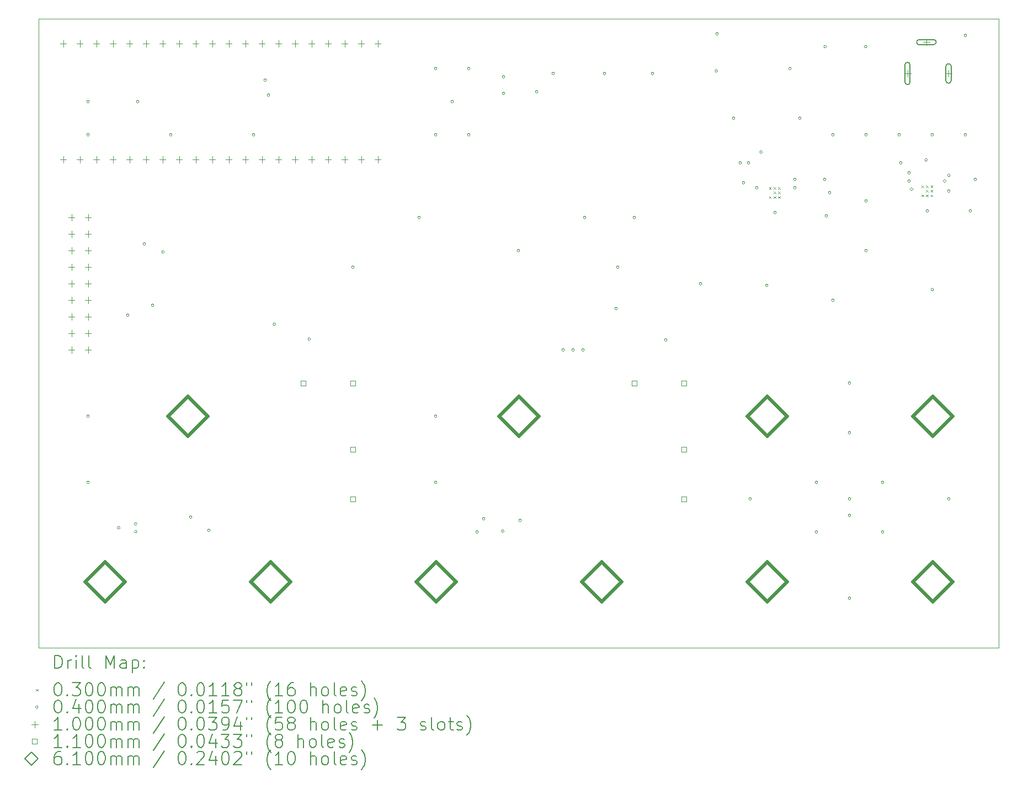
<source format=gbr>
%FSLAX45Y45*%
G04 Gerber Fmt 4.5, Leading zero omitted, Abs format (unit mm)*
G04 Created by KiCad (PCBNEW 6.0.2+dfsg-1) date 2023-02-25 17:51:28*
%MOMM*%
%LPD*%
G01*
G04 APERTURE LIST*
%TA.AperFunction,Profile*%
%ADD10C,0.100000*%
%TD*%
%ADD11C,0.200000*%
%ADD12C,0.030000*%
%ADD13C,0.040000*%
%ADD14C,0.100000*%
%ADD15C,0.110000*%
%ADD16C,0.610000*%
G04 APERTURE END LIST*
D10*
X8788400Y-4089400D02*
X8534400Y-4089400D01*
X23266400Y-4089400D02*
X9296400Y-4089400D01*
X8534400Y-4089400D02*
X8534400Y-13741400D01*
X23266400Y-13741400D02*
X23266400Y-4089400D01*
X9296400Y-4089400D02*
X8788400Y-4089400D01*
X8534400Y-13741400D02*
X23266400Y-13741400D01*
D11*
D12*
X19746900Y-6672200D02*
X19776900Y-6702200D01*
X19776900Y-6672200D02*
X19746900Y-6702200D01*
X19746900Y-6812200D02*
X19776900Y-6842200D01*
X19776900Y-6812200D02*
X19746900Y-6842200D01*
X19816900Y-6672200D02*
X19846900Y-6702200D01*
X19846900Y-6672200D02*
X19816900Y-6702200D01*
X19816900Y-6742200D02*
X19846900Y-6772200D01*
X19846900Y-6742200D02*
X19816900Y-6772200D01*
X19816900Y-6812200D02*
X19846900Y-6842200D01*
X19846900Y-6812200D02*
X19816900Y-6842200D01*
X19886900Y-6672200D02*
X19916900Y-6702200D01*
X19916900Y-6672200D02*
X19886900Y-6702200D01*
X19886900Y-6742200D02*
X19916900Y-6772200D01*
X19916900Y-6742200D02*
X19886900Y-6772200D01*
X19886900Y-6812200D02*
X19916900Y-6842200D01*
X19916900Y-6812200D02*
X19886900Y-6842200D01*
X22085850Y-6646000D02*
X22115850Y-6676000D01*
X22115850Y-6646000D02*
X22085850Y-6676000D01*
X22085850Y-6786000D02*
X22115850Y-6816000D01*
X22115850Y-6786000D02*
X22085850Y-6816000D01*
X22155850Y-6646000D02*
X22185850Y-6676000D01*
X22185850Y-6646000D02*
X22155850Y-6676000D01*
X22155850Y-6716000D02*
X22185850Y-6746000D01*
X22185850Y-6716000D02*
X22155850Y-6746000D01*
X22155850Y-6786000D02*
X22185850Y-6816000D01*
X22185850Y-6786000D02*
X22155850Y-6816000D01*
X22225850Y-6646000D02*
X22255850Y-6676000D01*
X22255850Y-6646000D02*
X22225850Y-6676000D01*
X22225850Y-6716000D02*
X22255850Y-6746000D01*
X22255850Y-6716000D02*
X22225850Y-6746000D01*
X22225850Y-6786000D02*
X22255850Y-6816000D01*
X22255850Y-6786000D02*
X22225850Y-6816000D01*
D13*
X9316400Y-5359400D02*
G75*
G03*
X9316400Y-5359400I-20000J0D01*
G01*
X9316400Y-5867400D02*
G75*
G03*
X9316400Y-5867400I-20000J0D01*
G01*
X9316400Y-10185400D02*
G75*
G03*
X9316400Y-10185400I-20000J0D01*
G01*
X9316400Y-11201400D02*
G75*
G03*
X9316400Y-11201400I-20000J0D01*
G01*
X9786300Y-11899900D02*
G75*
G03*
X9786300Y-11899900I-20000J0D01*
G01*
X9926000Y-8636000D02*
G75*
G03*
X9926000Y-8636000I-20000J0D01*
G01*
X10047825Y-11841575D02*
G75*
G03*
X10047825Y-11841575I-20000J0D01*
G01*
X10047825Y-11958225D02*
G75*
G03*
X10047825Y-11958225I-20000J0D01*
G01*
X10078400Y-5359400D02*
G75*
G03*
X10078400Y-5359400I-20000J0D01*
G01*
X10180000Y-7543800D02*
G75*
G03*
X10180000Y-7543800I-20000J0D01*
G01*
X10307000Y-8483600D02*
G75*
G03*
X10307000Y-8483600I-20000J0D01*
G01*
X10466250Y-7663950D02*
G75*
G03*
X10466250Y-7663950I-20000J0D01*
G01*
X10586400Y-5867400D02*
G75*
G03*
X10586400Y-5867400I-20000J0D01*
G01*
X10891200Y-11734800D02*
G75*
G03*
X10891200Y-11734800I-20000J0D01*
G01*
X11170600Y-11938000D02*
G75*
G03*
X11170600Y-11938000I-20000J0D01*
G01*
X11856400Y-5867400D02*
G75*
G03*
X11856400Y-5867400I-20000J0D01*
G01*
X12034200Y-5029200D02*
G75*
G03*
X12034200Y-5029200I-20000J0D01*
G01*
X12085000Y-5257800D02*
G75*
G03*
X12085000Y-5257800I-20000J0D01*
G01*
X12173900Y-8775700D02*
G75*
G03*
X12173900Y-8775700I-20000J0D01*
G01*
X12709650Y-9001950D02*
G75*
G03*
X12709650Y-9001950I-20000J0D01*
G01*
X13380400Y-7899400D02*
G75*
G03*
X13380400Y-7899400I-20000J0D01*
G01*
X14396400Y-7137400D02*
G75*
G03*
X14396400Y-7137400I-20000J0D01*
G01*
X14650400Y-4851400D02*
G75*
G03*
X14650400Y-4851400I-20000J0D01*
G01*
X14650400Y-5867400D02*
G75*
G03*
X14650400Y-5867400I-20000J0D01*
G01*
X14650400Y-10185400D02*
G75*
G03*
X14650400Y-10185400I-20000J0D01*
G01*
X14650400Y-11201400D02*
G75*
G03*
X14650400Y-11201400I-20000J0D01*
G01*
X14904400Y-5359400D02*
G75*
G03*
X14904400Y-5359400I-20000J0D01*
G01*
X15158400Y-4851400D02*
G75*
G03*
X15158400Y-4851400I-20000J0D01*
G01*
X15158400Y-5867400D02*
G75*
G03*
X15158400Y-5867400I-20000J0D01*
G01*
X15285400Y-11963400D02*
G75*
G03*
X15285400Y-11963400I-20000J0D01*
G01*
X15387000Y-11760200D02*
G75*
G03*
X15387000Y-11760200I-20000J0D01*
G01*
X15679100Y-11950700D02*
G75*
G03*
X15679100Y-11950700I-20000J0D01*
G01*
X15691800Y-4978400D02*
G75*
G03*
X15691800Y-4978400I-20000J0D01*
G01*
X15691800Y-5232400D02*
G75*
G03*
X15691800Y-5232400I-20000J0D01*
G01*
X15920400Y-7645400D02*
G75*
G03*
X15920400Y-7645400I-20000J0D01*
G01*
X15945800Y-11785600D02*
G75*
G03*
X15945800Y-11785600I-20000J0D01*
G01*
X16199800Y-5207000D02*
G75*
G03*
X16199800Y-5207000I-20000J0D01*
G01*
X16454200Y-4927200D02*
G75*
G03*
X16454200Y-4927200I-20000J0D01*
G01*
X16606200Y-9169400D02*
G75*
G03*
X16606200Y-9169400I-20000J0D01*
G01*
X16758600Y-9169400D02*
G75*
G03*
X16758600Y-9169400I-20000J0D01*
G01*
X16911000Y-9169400D02*
G75*
G03*
X16911000Y-9169400I-20000J0D01*
G01*
X16936400Y-7137400D02*
G75*
G03*
X16936400Y-7137400I-20000J0D01*
G01*
X17241600Y-4927200D02*
G75*
G03*
X17241600Y-4927200I-20000J0D01*
G01*
X17419000Y-8534400D02*
G75*
G03*
X17419000Y-8534400I-20000J0D01*
G01*
X17444400Y-7899400D02*
G75*
G03*
X17444400Y-7899400I-20000J0D01*
G01*
X17698400Y-7137400D02*
G75*
G03*
X17698400Y-7137400I-20000J0D01*
G01*
X17978200Y-4927200D02*
G75*
G03*
X17978200Y-4927200I-20000J0D01*
G01*
X18181000Y-9017000D02*
G75*
G03*
X18181000Y-9017000I-20000J0D01*
G01*
X18714400Y-8153400D02*
G75*
G03*
X18714400Y-8153400I-20000J0D01*
G01*
X18955700Y-4889500D02*
G75*
G03*
X18955700Y-4889500I-20000J0D01*
G01*
X18967600Y-4317600D02*
G75*
G03*
X18967600Y-4317600I-20000J0D01*
G01*
X19222400Y-5613400D02*
G75*
G03*
X19222400Y-5613400I-20000J0D01*
G01*
X19324000Y-6299200D02*
G75*
G03*
X19324000Y-6299200I-20000J0D01*
G01*
X19374800Y-6604000D02*
G75*
G03*
X19374800Y-6604000I-20000J0D01*
G01*
X19451000Y-6299200D02*
G75*
G03*
X19451000Y-6299200I-20000J0D01*
G01*
X19476400Y-11455400D02*
G75*
G03*
X19476400Y-11455400I-20000J0D01*
G01*
X19578000Y-6680200D02*
G75*
G03*
X19578000Y-6680200I-20000J0D01*
G01*
X19641500Y-6134100D02*
G75*
G03*
X19641500Y-6134100I-20000J0D01*
G01*
X19730400Y-8178800D02*
G75*
G03*
X19730400Y-8178800I-20000J0D01*
G01*
X19857400Y-7061200D02*
G75*
G03*
X19857400Y-7061200I-20000J0D01*
G01*
X20087600Y-4851000D02*
G75*
G03*
X20087600Y-4851000I-20000J0D01*
G01*
X20162200Y-6553200D02*
G75*
G03*
X20162200Y-6553200I-20000J0D01*
G01*
X20162200Y-6680200D02*
G75*
G03*
X20162200Y-6680200I-20000J0D01*
G01*
X20238400Y-5613400D02*
G75*
G03*
X20238400Y-5613400I-20000J0D01*
G01*
X20492400Y-11201400D02*
G75*
G03*
X20492400Y-11201400I-20000J0D01*
G01*
X20492400Y-11963400D02*
G75*
G03*
X20492400Y-11963400I-20000J0D01*
G01*
X20619400Y-6553200D02*
G75*
G03*
X20619400Y-6553200I-20000J0D01*
G01*
X20626300Y-4514700D02*
G75*
G03*
X20626300Y-4514700I-20000J0D01*
G01*
X20644800Y-7112000D02*
G75*
G03*
X20644800Y-7112000I-20000J0D01*
G01*
X20695600Y-6756400D02*
G75*
G03*
X20695600Y-6756400I-20000J0D01*
G01*
X20746400Y-5867400D02*
G75*
G03*
X20746400Y-5867400I-20000J0D01*
G01*
X20746400Y-8407400D02*
G75*
G03*
X20746400Y-8407400I-20000J0D01*
G01*
X21000400Y-9677400D02*
G75*
G03*
X21000400Y-9677400I-20000J0D01*
G01*
X21000400Y-10439400D02*
G75*
G03*
X21000400Y-10439400I-20000J0D01*
G01*
X21000400Y-11455400D02*
G75*
G03*
X21000400Y-11455400I-20000J0D01*
G01*
X21000400Y-11709400D02*
G75*
G03*
X21000400Y-11709400I-20000J0D01*
G01*
X21000400Y-12979400D02*
G75*
G03*
X21000400Y-12979400I-20000J0D01*
G01*
X21247900Y-4514700D02*
G75*
G03*
X21247900Y-4514700I-20000J0D01*
G01*
X21254400Y-5867400D02*
G75*
G03*
X21254400Y-5867400I-20000J0D01*
G01*
X21254400Y-6883400D02*
G75*
G03*
X21254400Y-6883400I-20000J0D01*
G01*
X21254400Y-7645400D02*
G75*
G03*
X21254400Y-7645400I-20000J0D01*
G01*
X21508400Y-11201400D02*
G75*
G03*
X21508400Y-11201400I-20000J0D01*
G01*
X21508400Y-11963400D02*
G75*
G03*
X21508400Y-11963400I-20000J0D01*
G01*
X21762400Y-5867400D02*
G75*
G03*
X21762400Y-5867400I-20000J0D01*
G01*
X21787800Y-6299200D02*
G75*
G03*
X21787800Y-6299200I-20000J0D01*
G01*
X21914800Y-6451600D02*
G75*
G03*
X21914800Y-6451600I-20000J0D01*
G01*
X21914800Y-6578600D02*
G75*
G03*
X21914800Y-6578600I-20000J0D01*
G01*
X21952900Y-6705600D02*
G75*
G03*
X21952900Y-6705600I-20000J0D01*
G01*
X22175150Y-6254750D02*
G75*
G03*
X22175150Y-6254750I-20000J0D01*
G01*
X22194200Y-7035800D02*
G75*
G03*
X22194200Y-7035800I-20000J0D01*
G01*
X22270400Y-5867400D02*
G75*
G03*
X22270400Y-5867400I-20000J0D01*
G01*
X22270400Y-8242300D02*
G75*
G03*
X22270400Y-8242300I-20000J0D01*
G01*
X22460900Y-6578600D02*
G75*
G03*
X22460900Y-6578600I-20000J0D01*
G01*
X22524400Y-6489700D02*
G75*
G03*
X22524400Y-6489700I-20000J0D01*
G01*
X22524400Y-6731000D02*
G75*
G03*
X22524400Y-6731000I-20000J0D01*
G01*
X22524400Y-11455400D02*
G75*
G03*
X22524400Y-11455400I-20000J0D01*
G01*
X22778400Y-4343400D02*
G75*
G03*
X22778400Y-4343400I-20000J0D01*
G01*
X22778400Y-5867400D02*
G75*
G03*
X22778400Y-5867400I-20000J0D01*
G01*
X22854600Y-7035800D02*
G75*
G03*
X22854600Y-7035800I-20000J0D01*
G01*
X22930800Y-6553200D02*
G75*
G03*
X22930800Y-6553200I-20000J0D01*
G01*
D14*
X8915400Y-4420400D02*
X8915400Y-4520400D01*
X8865400Y-4470400D02*
X8965400Y-4470400D01*
X8915400Y-6198400D02*
X8915400Y-6298400D01*
X8865400Y-6248400D02*
X8965400Y-6248400D01*
X9042400Y-7087400D02*
X9042400Y-7187400D01*
X8992400Y-7137400D02*
X9092400Y-7137400D01*
X9042400Y-7341400D02*
X9042400Y-7441400D01*
X8992400Y-7391400D02*
X9092400Y-7391400D01*
X9042400Y-7595400D02*
X9042400Y-7695400D01*
X8992400Y-7645400D02*
X9092400Y-7645400D01*
X9042400Y-7849400D02*
X9042400Y-7949400D01*
X8992400Y-7899400D02*
X9092400Y-7899400D01*
X9042400Y-8103400D02*
X9042400Y-8203400D01*
X8992400Y-8153400D02*
X9092400Y-8153400D01*
X9042400Y-8357400D02*
X9042400Y-8457400D01*
X8992400Y-8407400D02*
X9092400Y-8407400D01*
X9042400Y-8611400D02*
X9042400Y-8711400D01*
X8992400Y-8661400D02*
X9092400Y-8661400D01*
X9042400Y-8865400D02*
X9042400Y-8965400D01*
X8992400Y-8915400D02*
X9092400Y-8915400D01*
X9042400Y-9119400D02*
X9042400Y-9219400D01*
X8992400Y-9169400D02*
X9092400Y-9169400D01*
X9169400Y-4420400D02*
X9169400Y-4520400D01*
X9119400Y-4470400D02*
X9219400Y-4470400D01*
X9169400Y-6198400D02*
X9169400Y-6298400D01*
X9119400Y-6248400D02*
X9219400Y-6248400D01*
X9296400Y-7087400D02*
X9296400Y-7187400D01*
X9246400Y-7137400D02*
X9346400Y-7137400D01*
X9296400Y-7341400D02*
X9296400Y-7441400D01*
X9246400Y-7391400D02*
X9346400Y-7391400D01*
X9296400Y-7595400D02*
X9296400Y-7695400D01*
X9246400Y-7645400D02*
X9346400Y-7645400D01*
X9296400Y-7849400D02*
X9296400Y-7949400D01*
X9246400Y-7899400D02*
X9346400Y-7899400D01*
X9296400Y-8103400D02*
X9296400Y-8203400D01*
X9246400Y-8153400D02*
X9346400Y-8153400D01*
X9296400Y-8357400D02*
X9296400Y-8457400D01*
X9246400Y-8407400D02*
X9346400Y-8407400D01*
X9296400Y-8611400D02*
X9296400Y-8711400D01*
X9246400Y-8661400D02*
X9346400Y-8661400D01*
X9296400Y-8865400D02*
X9296400Y-8965400D01*
X9246400Y-8915400D02*
X9346400Y-8915400D01*
X9296400Y-9119400D02*
X9296400Y-9219400D01*
X9246400Y-9169400D02*
X9346400Y-9169400D01*
X9423400Y-4420400D02*
X9423400Y-4520400D01*
X9373400Y-4470400D02*
X9473400Y-4470400D01*
X9423400Y-6198400D02*
X9423400Y-6298400D01*
X9373400Y-6248400D02*
X9473400Y-6248400D01*
X9677400Y-4420400D02*
X9677400Y-4520400D01*
X9627400Y-4470400D02*
X9727400Y-4470400D01*
X9677400Y-6198400D02*
X9677400Y-6298400D01*
X9627400Y-6248400D02*
X9727400Y-6248400D01*
X9931400Y-4420400D02*
X9931400Y-4520400D01*
X9881400Y-4470400D02*
X9981400Y-4470400D01*
X9931400Y-6198400D02*
X9931400Y-6298400D01*
X9881400Y-6248400D02*
X9981400Y-6248400D01*
X10185400Y-4420400D02*
X10185400Y-4520400D01*
X10135400Y-4470400D02*
X10235400Y-4470400D01*
X10185400Y-6198400D02*
X10185400Y-6298400D01*
X10135400Y-6248400D02*
X10235400Y-6248400D01*
X10439400Y-4420400D02*
X10439400Y-4520400D01*
X10389400Y-4470400D02*
X10489400Y-4470400D01*
X10439400Y-6198400D02*
X10439400Y-6298400D01*
X10389400Y-6248400D02*
X10489400Y-6248400D01*
X10693400Y-4420400D02*
X10693400Y-4520400D01*
X10643400Y-4470400D02*
X10743400Y-4470400D01*
X10693400Y-6198400D02*
X10693400Y-6298400D01*
X10643400Y-6248400D02*
X10743400Y-6248400D01*
X10947400Y-4420400D02*
X10947400Y-4520400D01*
X10897400Y-4470400D02*
X10997400Y-4470400D01*
X10947400Y-6198400D02*
X10947400Y-6298400D01*
X10897400Y-6248400D02*
X10997400Y-6248400D01*
X11201400Y-4420400D02*
X11201400Y-4520400D01*
X11151400Y-4470400D02*
X11251400Y-4470400D01*
X11201400Y-6198400D02*
X11201400Y-6298400D01*
X11151400Y-6248400D02*
X11251400Y-6248400D01*
X11455400Y-4420400D02*
X11455400Y-4520400D01*
X11405400Y-4470400D02*
X11505400Y-4470400D01*
X11455400Y-6198400D02*
X11455400Y-6298400D01*
X11405400Y-6248400D02*
X11505400Y-6248400D01*
X11709400Y-4420400D02*
X11709400Y-4520400D01*
X11659400Y-4470400D02*
X11759400Y-4470400D01*
X11709400Y-6198400D02*
X11709400Y-6298400D01*
X11659400Y-6248400D02*
X11759400Y-6248400D01*
X11963400Y-4420400D02*
X11963400Y-4520400D01*
X11913400Y-4470400D02*
X12013400Y-4470400D01*
X11963400Y-6198400D02*
X11963400Y-6298400D01*
X11913400Y-6248400D02*
X12013400Y-6248400D01*
X12217400Y-4420400D02*
X12217400Y-4520400D01*
X12167400Y-4470400D02*
X12267400Y-4470400D01*
X12217400Y-6198400D02*
X12217400Y-6298400D01*
X12167400Y-6248400D02*
X12267400Y-6248400D01*
X12471400Y-4420400D02*
X12471400Y-4520400D01*
X12421400Y-4470400D02*
X12521400Y-4470400D01*
X12471400Y-6198400D02*
X12471400Y-6298400D01*
X12421400Y-6248400D02*
X12521400Y-6248400D01*
X12725400Y-4420400D02*
X12725400Y-4520400D01*
X12675400Y-4470400D02*
X12775400Y-4470400D01*
X12725400Y-6194212D02*
X12725400Y-6294212D01*
X12675400Y-6244212D02*
X12775400Y-6244212D01*
X12979400Y-4420400D02*
X12979400Y-4520400D01*
X12929400Y-4470400D02*
X13029400Y-4470400D01*
X12979400Y-6198400D02*
X12979400Y-6298400D01*
X12929400Y-6248400D02*
X13029400Y-6248400D01*
X13233400Y-4420400D02*
X13233400Y-4520400D01*
X13183400Y-4470400D02*
X13283400Y-4470400D01*
X13233400Y-6198400D02*
X13233400Y-6298400D01*
X13183400Y-6248400D02*
X13283400Y-6248400D01*
X13487400Y-4420400D02*
X13487400Y-4520400D01*
X13437400Y-4470400D02*
X13537400Y-4470400D01*
X13487400Y-6198400D02*
X13487400Y-6298400D01*
X13437400Y-6248400D02*
X13537400Y-6248400D01*
X13741400Y-4420400D02*
X13741400Y-4520400D01*
X13691400Y-4470400D02*
X13791400Y-4470400D01*
X13741400Y-6198400D02*
X13741400Y-6298400D01*
X13691400Y-6248400D02*
X13791400Y-6248400D01*
X21870200Y-4877200D02*
X21870200Y-4977200D01*
X21820200Y-4927200D02*
X21920200Y-4927200D01*
D11*
X21910200Y-5057200D02*
X21910200Y-4797200D01*
X21830200Y-5057200D02*
X21830200Y-4797200D01*
X21910200Y-4797200D02*
G75*
G03*
X21830200Y-4797200I-40000J0D01*
G01*
X21830200Y-5057200D02*
G75*
G03*
X21910200Y-5057200I40000J0D01*
G01*
D14*
X22160200Y-4397200D02*
X22160200Y-4497200D01*
X22110200Y-4447200D02*
X22210200Y-4447200D01*
D11*
X22050200Y-4487200D02*
X22270200Y-4487200D01*
X22050200Y-4407200D02*
X22270200Y-4407200D01*
X22270200Y-4487200D02*
G75*
G03*
X22270200Y-4407200I0J40000D01*
G01*
X22050200Y-4407200D02*
G75*
G03*
X22050200Y-4487200I0J-40000D01*
G01*
D14*
X22500200Y-4877200D02*
X22500200Y-4977200D01*
X22450200Y-4927200D02*
X22550200Y-4927200D01*
D11*
X22540200Y-5037200D02*
X22540200Y-4817200D01*
X22460200Y-5037200D02*
X22460200Y-4817200D01*
X22540200Y-4817200D02*
G75*
G03*
X22460200Y-4817200I-40000J0D01*
G01*
X22460200Y-5037200D02*
G75*
G03*
X22540200Y-5037200I40000J0D01*
G01*
D15*
X12637291Y-9716291D02*
X12637291Y-9638509D01*
X12559509Y-9638509D01*
X12559509Y-9716291D01*
X12637291Y-9716291D01*
X13399291Y-9716291D02*
X13399291Y-9638509D01*
X13321509Y-9638509D01*
X13321509Y-9716291D01*
X13399291Y-9716291D01*
X13399291Y-10732291D02*
X13399291Y-10654509D01*
X13321509Y-10654509D01*
X13321509Y-10732291D01*
X13399291Y-10732291D01*
X13399291Y-11494291D02*
X13399291Y-11416509D01*
X13321509Y-11416509D01*
X13321509Y-11494291D01*
X13399291Y-11494291D01*
X17717291Y-9716291D02*
X17717291Y-9638509D01*
X17639509Y-9638509D01*
X17639509Y-9716291D01*
X17717291Y-9716291D01*
X18479291Y-9716291D02*
X18479291Y-9638509D01*
X18401509Y-9638509D01*
X18401509Y-9716291D01*
X18479291Y-9716291D01*
X18479291Y-10732291D02*
X18479291Y-10654509D01*
X18401509Y-10654509D01*
X18401509Y-10732291D01*
X18479291Y-10732291D01*
X18479291Y-11494291D02*
X18479291Y-11416509D01*
X18401509Y-11416509D01*
X18401509Y-11494291D01*
X18479291Y-11494291D01*
D16*
X9550400Y-13030400D02*
X9855400Y-12725400D01*
X9550400Y-12420400D01*
X9245400Y-12725400D01*
X9550400Y-13030400D01*
X10820400Y-10490400D02*
X11125400Y-10185400D01*
X10820400Y-9880400D01*
X10515400Y-10185400D01*
X10820400Y-10490400D01*
X12090400Y-13030400D02*
X12395400Y-12725400D01*
X12090400Y-12420400D01*
X11785400Y-12725400D01*
X12090400Y-13030400D01*
X14630400Y-13030400D02*
X14935400Y-12725400D01*
X14630400Y-12420400D01*
X14325400Y-12725400D01*
X14630400Y-13030400D01*
X15900400Y-10490400D02*
X16205400Y-10185400D01*
X15900400Y-9880400D01*
X15595400Y-10185400D01*
X15900400Y-10490400D01*
X17170400Y-13030400D02*
X17475400Y-12725400D01*
X17170400Y-12420400D01*
X16865400Y-12725400D01*
X17170400Y-13030400D01*
X19710400Y-10490400D02*
X20015400Y-10185400D01*
X19710400Y-9880400D01*
X19405400Y-10185400D01*
X19710400Y-10490400D01*
X19710400Y-13030400D02*
X20015400Y-12725400D01*
X19710400Y-12420400D01*
X19405400Y-12725400D01*
X19710400Y-13030400D01*
X22250400Y-10490400D02*
X22555400Y-10185400D01*
X22250400Y-9880400D01*
X21945400Y-10185400D01*
X22250400Y-10490400D01*
X22250400Y-13030400D02*
X22555400Y-12725400D01*
X22250400Y-12420400D01*
X21945400Y-12725400D01*
X22250400Y-13030400D01*
D11*
X8787019Y-14056876D02*
X8787019Y-13856876D01*
X8834638Y-13856876D01*
X8863210Y-13866400D01*
X8882257Y-13885448D01*
X8891781Y-13904495D01*
X8901305Y-13942590D01*
X8901305Y-13971162D01*
X8891781Y-14009257D01*
X8882257Y-14028305D01*
X8863210Y-14047352D01*
X8834638Y-14056876D01*
X8787019Y-14056876D01*
X8987019Y-14056876D02*
X8987019Y-13923543D01*
X8987019Y-13961638D02*
X8996543Y-13942590D01*
X9006067Y-13933067D01*
X9025114Y-13923543D01*
X9044162Y-13923543D01*
X9110829Y-14056876D02*
X9110829Y-13923543D01*
X9110829Y-13856876D02*
X9101305Y-13866400D01*
X9110829Y-13875924D01*
X9120352Y-13866400D01*
X9110829Y-13856876D01*
X9110829Y-13875924D01*
X9234638Y-14056876D02*
X9215590Y-14047352D01*
X9206067Y-14028305D01*
X9206067Y-13856876D01*
X9339400Y-14056876D02*
X9320352Y-14047352D01*
X9310829Y-14028305D01*
X9310829Y-13856876D01*
X9567971Y-14056876D02*
X9567971Y-13856876D01*
X9634638Y-13999733D01*
X9701305Y-13856876D01*
X9701305Y-14056876D01*
X9882257Y-14056876D02*
X9882257Y-13952114D01*
X9872733Y-13933067D01*
X9853686Y-13923543D01*
X9815590Y-13923543D01*
X9796543Y-13933067D01*
X9882257Y-14047352D02*
X9863210Y-14056876D01*
X9815590Y-14056876D01*
X9796543Y-14047352D01*
X9787019Y-14028305D01*
X9787019Y-14009257D01*
X9796543Y-13990209D01*
X9815590Y-13980686D01*
X9863210Y-13980686D01*
X9882257Y-13971162D01*
X9977495Y-13923543D02*
X9977495Y-14123543D01*
X9977495Y-13933067D02*
X9996543Y-13923543D01*
X10034638Y-13923543D01*
X10053686Y-13933067D01*
X10063210Y-13942590D01*
X10072733Y-13961638D01*
X10072733Y-14018781D01*
X10063210Y-14037828D01*
X10053686Y-14047352D01*
X10034638Y-14056876D01*
X9996543Y-14056876D01*
X9977495Y-14047352D01*
X10158448Y-14037828D02*
X10167971Y-14047352D01*
X10158448Y-14056876D01*
X10148924Y-14047352D01*
X10158448Y-14037828D01*
X10158448Y-14056876D01*
X10158448Y-13933067D02*
X10167971Y-13942590D01*
X10158448Y-13952114D01*
X10148924Y-13942590D01*
X10158448Y-13933067D01*
X10158448Y-13952114D01*
D12*
X8499400Y-14371400D02*
X8529400Y-14401400D01*
X8529400Y-14371400D02*
X8499400Y-14401400D01*
D11*
X8825114Y-14276876D02*
X8844162Y-14276876D01*
X8863210Y-14286400D01*
X8872733Y-14295924D01*
X8882257Y-14314971D01*
X8891781Y-14353067D01*
X8891781Y-14400686D01*
X8882257Y-14438781D01*
X8872733Y-14457828D01*
X8863210Y-14467352D01*
X8844162Y-14476876D01*
X8825114Y-14476876D01*
X8806067Y-14467352D01*
X8796543Y-14457828D01*
X8787019Y-14438781D01*
X8777495Y-14400686D01*
X8777495Y-14353067D01*
X8787019Y-14314971D01*
X8796543Y-14295924D01*
X8806067Y-14286400D01*
X8825114Y-14276876D01*
X8977495Y-14457828D02*
X8987019Y-14467352D01*
X8977495Y-14476876D01*
X8967971Y-14467352D01*
X8977495Y-14457828D01*
X8977495Y-14476876D01*
X9053686Y-14276876D02*
X9177495Y-14276876D01*
X9110829Y-14353067D01*
X9139400Y-14353067D01*
X9158448Y-14362590D01*
X9167971Y-14372114D01*
X9177495Y-14391162D01*
X9177495Y-14438781D01*
X9167971Y-14457828D01*
X9158448Y-14467352D01*
X9139400Y-14476876D01*
X9082257Y-14476876D01*
X9063210Y-14467352D01*
X9053686Y-14457828D01*
X9301305Y-14276876D02*
X9320352Y-14276876D01*
X9339400Y-14286400D01*
X9348924Y-14295924D01*
X9358448Y-14314971D01*
X9367971Y-14353067D01*
X9367971Y-14400686D01*
X9358448Y-14438781D01*
X9348924Y-14457828D01*
X9339400Y-14467352D01*
X9320352Y-14476876D01*
X9301305Y-14476876D01*
X9282257Y-14467352D01*
X9272733Y-14457828D01*
X9263210Y-14438781D01*
X9253686Y-14400686D01*
X9253686Y-14353067D01*
X9263210Y-14314971D01*
X9272733Y-14295924D01*
X9282257Y-14286400D01*
X9301305Y-14276876D01*
X9491781Y-14276876D02*
X9510829Y-14276876D01*
X9529876Y-14286400D01*
X9539400Y-14295924D01*
X9548924Y-14314971D01*
X9558448Y-14353067D01*
X9558448Y-14400686D01*
X9548924Y-14438781D01*
X9539400Y-14457828D01*
X9529876Y-14467352D01*
X9510829Y-14476876D01*
X9491781Y-14476876D01*
X9472733Y-14467352D01*
X9463210Y-14457828D01*
X9453686Y-14438781D01*
X9444162Y-14400686D01*
X9444162Y-14353067D01*
X9453686Y-14314971D01*
X9463210Y-14295924D01*
X9472733Y-14286400D01*
X9491781Y-14276876D01*
X9644162Y-14476876D02*
X9644162Y-14343543D01*
X9644162Y-14362590D02*
X9653686Y-14353067D01*
X9672733Y-14343543D01*
X9701305Y-14343543D01*
X9720352Y-14353067D01*
X9729876Y-14372114D01*
X9729876Y-14476876D01*
X9729876Y-14372114D02*
X9739400Y-14353067D01*
X9758448Y-14343543D01*
X9787019Y-14343543D01*
X9806067Y-14353067D01*
X9815590Y-14372114D01*
X9815590Y-14476876D01*
X9910829Y-14476876D02*
X9910829Y-14343543D01*
X9910829Y-14362590D02*
X9920352Y-14353067D01*
X9939400Y-14343543D01*
X9967971Y-14343543D01*
X9987019Y-14353067D01*
X9996543Y-14372114D01*
X9996543Y-14476876D01*
X9996543Y-14372114D02*
X10006067Y-14353067D01*
X10025114Y-14343543D01*
X10053686Y-14343543D01*
X10072733Y-14353067D01*
X10082257Y-14372114D01*
X10082257Y-14476876D01*
X10472733Y-14267352D02*
X10301305Y-14524495D01*
X10729876Y-14276876D02*
X10748924Y-14276876D01*
X10767971Y-14286400D01*
X10777495Y-14295924D01*
X10787019Y-14314971D01*
X10796543Y-14353067D01*
X10796543Y-14400686D01*
X10787019Y-14438781D01*
X10777495Y-14457828D01*
X10767971Y-14467352D01*
X10748924Y-14476876D01*
X10729876Y-14476876D01*
X10710829Y-14467352D01*
X10701305Y-14457828D01*
X10691781Y-14438781D01*
X10682257Y-14400686D01*
X10682257Y-14353067D01*
X10691781Y-14314971D01*
X10701305Y-14295924D01*
X10710829Y-14286400D01*
X10729876Y-14276876D01*
X10882257Y-14457828D02*
X10891781Y-14467352D01*
X10882257Y-14476876D01*
X10872733Y-14467352D01*
X10882257Y-14457828D01*
X10882257Y-14476876D01*
X11015590Y-14276876D02*
X11034638Y-14276876D01*
X11053686Y-14286400D01*
X11063210Y-14295924D01*
X11072733Y-14314971D01*
X11082257Y-14353067D01*
X11082257Y-14400686D01*
X11072733Y-14438781D01*
X11063210Y-14457828D01*
X11053686Y-14467352D01*
X11034638Y-14476876D01*
X11015590Y-14476876D01*
X10996543Y-14467352D01*
X10987019Y-14457828D01*
X10977495Y-14438781D01*
X10967971Y-14400686D01*
X10967971Y-14353067D01*
X10977495Y-14314971D01*
X10987019Y-14295924D01*
X10996543Y-14286400D01*
X11015590Y-14276876D01*
X11272733Y-14476876D02*
X11158448Y-14476876D01*
X11215590Y-14476876D02*
X11215590Y-14276876D01*
X11196543Y-14305448D01*
X11177495Y-14324495D01*
X11158448Y-14334019D01*
X11463209Y-14476876D02*
X11348924Y-14476876D01*
X11406067Y-14476876D02*
X11406067Y-14276876D01*
X11387019Y-14305448D01*
X11367971Y-14324495D01*
X11348924Y-14334019D01*
X11577495Y-14362590D02*
X11558448Y-14353067D01*
X11548924Y-14343543D01*
X11539400Y-14324495D01*
X11539400Y-14314971D01*
X11548924Y-14295924D01*
X11558448Y-14286400D01*
X11577495Y-14276876D01*
X11615590Y-14276876D01*
X11634638Y-14286400D01*
X11644162Y-14295924D01*
X11653686Y-14314971D01*
X11653686Y-14324495D01*
X11644162Y-14343543D01*
X11634638Y-14353067D01*
X11615590Y-14362590D01*
X11577495Y-14362590D01*
X11558448Y-14372114D01*
X11548924Y-14381638D01*
X11539400Y-14400686D01*
X11539400Y-14438781D01*
X11548924Y-14457828D01*
X11558448Y-14467352D01*
X11577495Y-14476876D01*
X11615590Y-14476876D01*
X11634638Y-14467352D01*
X11644162Y-14457828D01*
X11653686Y-14438781D01*
X11653686Y-14400686D01*
X11644162Y-14381638D01*
X11634638Y-14372114D01*
X11615590Y-14362590D01*
X11729876Y-14276876D02*
X11729876Y-14314971D01*
X11806067Y-14276876D02*
X11806067Y-14314971D01*
X12101305Y-14553067D02*
X12091781Y-14543543D01*
X12072733Y-14514971D01*
X12063209Y-14495924D01*
X12053686Y-14467352D01*
X12044162Y-14419733D01*
X12044162Y-14381638D01*
X12053686Y-14334019D01*
X12063209Y-14305448D01*
X12072733Y-14286400D01*
X12091781Y-14257828D01*
X12101305Y-14248305D01*
X12282257Y-14476876D02*
X12167971Y-14476876D01*
X12225114Y-14476876D02*
X12225114Y-14276876D01*
X12206067Y-14305448D01*
X12187019Y-14324495D01*
X12167971Y-14334019D01*
X12453686Y-14276876D02*
X12415590Y-14276876D01*
X12396543Y-14286400D01*
X12387019Y-14295924D01*
X12367971Y-14324495D01*
X12358448Y-14362590D01*
X12358448Y-14438781D01*
X12367971Y-14457828D01*
X12377495Y-14467352D01*
X12396543Y-14476876D01*
X12434638Y-14476876D01*
X12453686Y-14467352D01*
X12463209Y-14457828D01*
X12472733Y-14438781D01*
X12472733Y-14391162D01*
X12463209Y-14372114D01*
X12453686Y-14362590D01*
X12434638Y-14353067D01*
X12396543Y-14353067D01*
X12377495Y-14362590D01*
X12367971Y-14372114D01*
X12358448Y-14391162D01*
X12710828Y-14476876D02*
X12710828Y-14276876D01*
X12796543Y-14476876D02*
X12796543Y-14372114D01*
X12787019Y-14353067D01*
X12767971Y-14343543D01*
X12739400Y-14343543D01*
X12720352Y-14353067D01*
X12710828Y-14362590D01*
X12920352Y-14476876D02*
X12901305Y-14467352D01*
X12891781Y-14457828D01*
X12882257Y-14438781D01*
X12882257Y-14381638D01*
X12891781Y-14362590D01*
X12901305Y-14353067D01*
X12920352Y-14343543D01*
X12948924Y-14343543D01*
X12967971Y-14353067D01*
X12977495Y-14362590D01*
X12987019Y-14381638D01*
X12987019Y-14438781D01*
X12977495Y-14457828D01*
X12967971Y-14467352D01*
X12948924Y-14476876D01*
X12920352Y-14476876D01*
X13101305Y-14476876D02*
X13082257Y-14467352D01*
X13072733Y-14448305D01*
X13072733Y-14276876D01*
X13253686Y-14467352D02*
X13234638Y-14476876D01*
X13196543Y-14476876D01*
X13177495Y-14467352D01*
X13167971Y-14448305D01*
X13167971Y-14372114D01*
X13177495Y-14353067D01*
X13196543Y-14343543D01*
X13234638Y-14343543D01*
X13253686Y-14353067D01*
X13263209Y-14372114D01*
X13263209Y-14391162D01*
X13167971Y-14410209D01*
X13339400Y-14467352D02*
X13358448Y-14476876D01*
X13396543Y-14476876D01*
X13415590Y-14467352D01*
X13425114Y-14448305D01*
X13425114Y-14438781D01*
X13415590Y-14419733D01*
X13396543Y-14410209D01*
X13367971Y-14410209D01*
X13348924Y-14400686D01*
X13339400Y-14381638D01*
X13339400Y-14372114D01*
X13348924Y-14353067D01*
X13367971Y-14343543D01*
X13396543Y-14343543D01*
X13415590Y-14353067D01*
X13491781Y-14553067D02*
X13501305Y-14543543D01*
X13520352Y-14514971D01*
X13529876Y-14495924D01*
X13539400Y-14467352D01*
X13548924Y-14419733D01*
X13548924Y-14381638D01*
X13539400Y-14334019D01*
X13529876Y-14305448D01*
X13520352Y-14286400D01*
X13501305Y-14257828D01*
X13491781Y-14248305D01*
D13*
X8529400Y-14650400D02*
G75*
G03*
X8529400Y-14650400I-20000J0D01*
G01*
D11*
X8825114Y-14540876D02*
X8844162Y-14540876D01*
X8863210Y-14550400D01*
X8872733Y-14559924D01*
X8882257Y-14578971D01*
X8891781Y-14617067D01*
X8891781Y-14664686D01*
X8882257Y-14702781D01*
X8872733Y-14721828D01*
X8863210Y-14731352D01*
X8844162Y-14740876D01*
X8825114Y-14740876D01*
X8806067Y-14731352D01*
X8796543Y-14721828D01*
X8787019Y-14702781D01*
X8777495Y-14664686D01*
X8777495Y-14617067D01*
X8787019Y-14578971D01*
X8796543Y-14559924D01*
X8806067Y-14550400D01*
X8825114Y-14540876D01*
X8977495Y-14721828D02*
X8987019Y-14731352D01*
X8977495Y-14740876D01*
X8967971Y-14731352D01*
X8977495Y-14721828D01*
X8977495Y-14740876D01*
X9158448Y-14607543D02*
X9158448Y-14740876D01*
X9110829Y-14531352D02*
X9063210Y-14674209D01*
X9187019Y-14674209D01*
X9301305Y-14540876D02*
X9320352Y-14540876D01*
X9339400Y-14550400D01*
X9348924Y-14559924D01*
X9358448Y-14578971D01*
X9367971Y-14617067D01*
X9367971Y-14664686D01*
X9358448Y-14702781D01*
X9348924Y-14721828D01*
X9339400Y-14731352D01*
X9320352Y-14740876D01*
X9301305Y-14740876D01*
X9282257Y-14731352D01*
X9272733Y-14721828D01*
X9263210Y-14702781D01*
X9253686Y-14664686D01*
X9253686Y-14617067D01*
X9263210Y-14578971D01*
X9272733Y-14559924D01*
X9282257Y-14550400D01*
X9301305Y-14540876D01*
X9491781Y-14540876D02*
X9510829Y-14540876D01*
X9529876Y-14550400D01*
X9539400Y-14559924D01*
X9548924Y-14578971D01*
X9558448Y-14617067D01*
X9558448Y-14664686D01*
X9548924Y-14702781D01*
X9539400Y-14721828D01*
X9529876Y-14731352D01*
X9510829Y-14740876D01*
X9491781Y-14740876D01*
X9472733Y-14731352D01*
X9463210Y-14721828D01*
X9453686Y-14702781D01*
X9444162Y-14664686D01*
X9444162Y-14617067D01*
X9453686Y-14578971D01*
X9463210Y-14559924D01*
X9472733Y-14550400D01*
X9491781Y-14540876D01*
X9644162Y-14740876D02*
X9644162Y-14607543D01*
X9644162Y-14626590D02*
X9653686Y-14617067D01*
X9672733Y-14607543D01*
X9701305Y-14607543D01*
X9720352Y-14617067D01*
X9729876Y-14636114D01*
X9729876Y-14740876D01*
X9729876Y-14636114D02*
X9739400Y-14617067D01*
X9758448Y-14607543D01*
X9787019Y-14607543D01*
X9806067Y-14617067D01*
X9815590Y-14636114D01*
X9815590Y-14740876D01*
X9910829Y-14740876D02*
X9910829Y-14607543D01*
X9910829Y-14626590D02*
X9920352Y-14617067D01*
X9939400Y-14607543D01*
X9967971Y-14607543D01*
X9987019Y-14617067D01*
X9996543Y-14636114D01*
X9996543Y-14740876D01*
X9996543Y-14636114D02*
X10006067Y-14617067D01*
X10025114Y-14607543D01*
X10053686Y-14607543D01*
X10072733Y-14617067D01*
X10082257Y-14636114D01*
X10082257Y-14740876D01*
X10472733Y-14531352D02*
X10301305Y-14788495D01*
X10729876Y-14540876D02*
X10748924Y-14540876D01*
X10767971Y-14550400D01*
X10777495Y-14559924D01*
X10787019Y-14578971D01*
X10796543Y-14617067D01*
X10796543Y-14664686D01*
X10787019Y-14702781D01*
X10777495Y-14721828D01*
X10767971Y-14731352D01*
X10748924Y-14740876D01*
X10729876Y-14740876D01*
X10710829Y-14731352D01*
X10701305Y-14721828D01*
X10691781Y-14702781D01*
X10682257Y-14664686D01*
X10682257Y-14617067D01*
X10691781Y-14578971D01*
X10701305Y-14559924D01*
X10710829Y-14550400D01*
X10729876Y-14540876D01*
X10882257Y-14721828D02*
X10891781Y-14731352D01*
X10882257Y-14740876D01*
X10872733Y-14731352D01*
X10882257Y-14721828D01*
X10882257Y-14740876D01*
X11015590Y-14540876D02*
X11034638Y-14540876D01*
X11053686Y-14550400D01*
X11063210Y-14559924D01*
X11072733Y-14578971D01*
X11082257Y-14617067D01*
X11082257Y-14664686D01*
X11072733Y-14702781D01*
X11063210Y-14721828D01*
X11053686Y-14731352D01*
X11034638Y-14740876D01*
X11015590Y-14740876D01*
X10996543Y-14731352D01*
X10987019Y-14721828D01*
X10977495Y-14702781D01*
X10967971Y-14664686D01*
X10967971Y-14617067D01*
X10977495Y-14578971D01*
X10987019Y-14559924D01*
X10996543Y-14550400D01*
X11015590Y-14540876D01*
X11272733Y-14740876D02*
X11158448Y-14740876D01*
X11215590Y-14740876D02*
X11215590Y-14540876D01*
X11196543Y-14569448D01*
X11177495Y-14588495D01*
X11158448Y-14598019D01*
X11453686Y-14540876D02*
X11358448Y-14540876D01*
X11348924Y-14636114D01*
X11358448Y-14626590D01*
X11377495Y-14617067D01*
X11425114Y-14617067D01*
X11444162Y-14626590D01*
X11453686Y-14636114D01*
X11463209Y-14655162D01*
X11463209Y-14702781D01*
X11453686Y-14721828D01*
X11444162Y-14731352D01*
X11425114Y-14740876D01*
X11377495Y-14740876D01*
X11358448Y-14731352D01*
X11348924Y-14721828D01*
X11529876Y-14540876D02*
X11663209Y-14540876D01*
X11577495Y-14740876D01*
X11729876Y-14540876D02*
X11729876Y-14578971D01*
X11806067Y-14540876D02*
X11806067Y-14578971D01*
X12101305Y-14817067D02*
X12091781Y-14807543D01*
X12072733Y-14778971D01*
X12063209Y-14759924D01*
X12053686Y-14731352D01*
X12044162Y-14683733D01*
X12044162Y-14645638D01*
X12053686Y-14598019D01*
X12063209Y-14569448D01*
X12072733Y-14550400D01*
X12091781Y-14521828D01*
X12101305Y-14512305D01*
X12282257Y-14740876D02*
X12167971Y-14740876D01*
X12225114Y-14740876D02*
X12225114Y-14540876D01*
X12206067Y-14569448D01*
X12187019Y-14588495D01*
X12167971Y-14598019D01*
X12406067Y-14540876D02*
X12425114Y-14540876D01*
X12444162Y-14550400D01*
X12453686Y-14559924D01*
X12463209Y-14578971D01*
X12472733Y-14617067D01*
X12472733Y-14664686D01*
X12463209Y-14702781D01*
X12453686Y-14721828D01*
X12444162Y-14731352D01*
X12425114Y-14740876D01*
X12406067Y-14740876D01*
X12387019Y-14731352D01*
X12377495Y-14721828D01*
X12367971Y-14702781D01*
X12358448Y-14664686D01*
X12358448Y-14617067D01*
X12367971Y-14578971D01*
X12377495Y-14559924D01*
X12387019Y-14550400D01*
X12406067Y-14540876D01*
X12596543Y-14540876D02*
X12615590Y-14540876D01*
X12634638Y-14550400D01*
X12644162Y-14559924D01*
X12653686Y-14578971D01*
X12663209Y-14617067D01*
X12663209Y-14664686D01*
X12653686Y-14702781D01*
X12644162Y-14721828D01*
X12634638Y-14731352D01*
X12615590Y-14740876D01*
X12596543Y-14740876D01*
X12577495Y-14731352D01*
X12567971Y-14721828D01*
X12558448Y-14702781D01*
X12548924Y-14664686D01*
X12548924Y-14617067D01*
X12558448Y-14578971D01*
X12567971Y-14559924D01*
X12577495Y-14550400D01*
X12596543Y-14540876D01*
X12901305Y-14740876D02*
X12901305Y-14540876D01*
X12987019Y-14740876D02*
X12987019Y-14636114D01*
X12977495Y-14617067D01*
X12958448Y-14607543D01*
X12929876Y-14607543D01*
X12910828Y-14617067D01*
X12901305Y-14626590D01*
X13110828Y-14740876D02*
X13091781Y-14731352D01*
X13082257Y-14721828D01*
X13072733Y-14702781D01*
X13072733Y-14645638D01*
X13082257Y-14626590D01*
X13091781Y-14617067D01*
X13110828Y-14607543D01*
X13139400Y-14607543D01*
X13158448Y-14617067D01*
X13167971Y-14626590D01*
X13177495Y-14645638D01*
X13177495Y-14702781D01*
X13167971Y-14721828D01*
X13158448Y-14731352D01*
X13139400Y-14740876D01*
X13110828Y-14740876D01*
X13291781Y-14740876D02*
X13272733Y-14731352D01*
X13263209Y-14712305D01*
X13263209Y-14540876D01*
X13444162Y-14731352D02*
X13425114Y-14740876D01*
X13387019Y-14740876D01*
X13367971Y-14731352D01*
X13358448Y-14712305D01*
X13358448Y-14636114D01*
X13367971Y-14617067D01*
X13387019Y-14607543D01*
X13425114Y-14607543D01*
X13444162Y-14617067D01*
X13453686Y-14636114D01*
X13453686Y-14655162D01*
X13358448Y-14674209D01*
X13529876Y-14731352D02*
X13548924Y-14740876D01*
X13587019Y-14740876D01*
X13606067Y-14731352D01*
X13615590Y-14712305D01*
X13615590Y-14702781D01*
X13606067Y-14683733D01*
X13587019Y-14674209D01*
X13558448Y-14674209D01*
X13539400Y-14664686D01*
X13529876Y-14645638D01*
X13529876Y-14636114D01*
X13539400Y-14617067D01*
X13558448Y-14607543D01*
X13587019Y-14607543D01*
X13606067Y-14617067D01*
X13682257Y-14817067D02*
X13691781Y-14807543D01*
X13710828Y-14778971D01*
X13720352Y-14759924D01*
X13729876Y-14731352D01*
X13739400Y-14683733D01*
X13739400Y-14645638D01*
X13729876Y-14598019D01*
X13720352Y-14569448D01*
X13710828Y-14550400D01*
X13691781Y-14521828D01*
X13682257Y-14512305D01*
D14*
X8479400Y-14864400D02*
X8479400Y-14964400D01*
X8429400Y-14914400D02*
X8529400Y-14914400D01*
D11*
X8891781Y-15004876D02*
X8777495Y-15004876D01*
X8834638Y-15004876D02*
X8834638Y-14804876D01*
X8815590Y-14833448D01*
X8796543Y-14852495D01*
X8777495Y-14862019D01*
X8977495Y-14985828D02*
X8987019Y-14995352D01*
X8977495Y-15004876D01*
X8967971Y-14995352D01*
X8977495Y-14985828D01*
X8977495Y-15004876D01*
X9110829Y-14804876D02*
X9129876Y-14804876D01*
X9148924Y-14814400D01*
X9158448Y-14823924D01*
X9167971Y-14842971D01*
X9177495Y-14881067D01*
X9177495Y-14928686D01*
X9167971Y-14966781D01*
X9158448Y-14985828D01*
X9148924Y-14995352D01*
X9129876Y-15004876D01*
X9110829Y-15004876D01*
X9091781Y-14995352D01*
X9082257Y-14985828D01*
X9072733Y-14966781D01*
X9063210Y-14928686D01*
X9063210Y-14881067D01*
X9072733Y-14842971D01*
X9082257Y-14823924D01*
X9091781Y-14814400D01*
X9110829Y-14804876D01*
X9301305Y-14804876D02*
X9320352Y-14804876D01*
X9339400Y-14814400D01*
X9348924Y-14823924D01*
X9358448Y-14842971D01*
X9367971Y-14881067D01*
X9367971Y-14928686D01*
X9358448Y-14966781D01*
X9348924Y-14985828D01*
X9339400Y-14995352D01*
X9320352Y-15004876D01*
X9301305Y-15004876D01*
X9282257Y-14995352D01*
X9272733Y-14985828D01*
X9263210Y-14966781D01*
X9253686Y-14928686D01*
X9253686Y-14881067D01*
X9263210Y-14842971D01*
X9272733Y-14823924D01*
X9282257Y-14814400D01*
X9301305Y-14804876D01*
X9491781Y-14804876D02*
X9510829Y-14804876D01*
X9529876Y-14814400D01*
X9539400Y-14823924D01*
X9548924Y-14842971D01*
X9558448Y-14881067D01*
X9558448Y-14928686D01*
X9548924Y-14966781D01*
X9539400Y-14985828D01*
X9529876Y-14995352D01*
X9510829Y-15004876D01*
X9491781Y-15004876D01*
X9472733Y-14995352D01*
X9463210Y-14985828D01*
X9453686Y-14966781D01*
X9444162Y-14928686D01*
X9444162Y-14881067D01*
X9453686Y-14842971D01*
X9463210Y-14823924D01*
X9472733Y-14814400D01*
X9491781Y-14804876D01*
X9644162Y-15004876D02*
X9644162Y-14871543D01*
X9644162Y-14890590D02*
X9653686Y-14881067D01*
X9672733Y-14871543D01*
X9701305Y-14871543D01*
X9720352Y-14881067D01*
X9729876Y-14900114D01*
X9729876Y-15004876D01*
X9729876Y-14900114D02*
X9739400Y-14881067D01*
X9758448Y-14871543D01*
X9787019Y-14871543D01*
X9806067Y-14881067D01*
X9815590Y-14900114D01*
X9815590Y-15004876D01*
X9910829Y-15004876D02*
X9910829Y-14871543D01*
X9910829Y-14890590D02*
X9920352Y-14881067D01*
X9939400Y-14871543D01*
X9967971Y-14871543D01*
X9987019Y-14881067D01*
X9996543Y-14900114D01*
X9996543Y-15004876D01*
X9996543Y-14900114D02*
X10006067Y-14881067D01*
X10025114Y-14871543D01*
X10053686Y-14871543D01*
X10072733Y-14881067D01*
X10082257Y-14900114D01*
X10082257Y-15004876D01*
X10472733Y-14795352D02*
X10301305Y-15052495D01*
X10729876Y-14804876D02*
X10748924Y-14804876D01*
X10767971Y-14814400D01*
X10777495Y-14823924D01*
X10787019Y-14842971D01*
X10796543Y-14881067D01*
X10796543Y-14928686D01*
X10787019Y-14966781D01*
X10777495Y-14985828D01*
X10767971Y-14995352D01*
X10748924Y-15004876D01*
X10729876Y-15004876D01*
X10710829Y-14995352D01*
X10701305Y-14985828D01*
X10691781Y-14966781D01*
X10682257Y-14928686D01*
X10682257Y-14881067D01*
X10691781Y-14842971D01*
X10701305Y-14823924D01*
X10710829Y-14814400D01*
X10729876Y-14804876D01*
X10882257Y-14985828D02*
X10891781Y-14995352D01*
X10882257Y-15004876D01*
X10872733Y-14995352D01*
X10882257Y-14985828D01*
X10882257Y-15004876D01*
X11015590Y-14804876D02*
X11034638Y-14804876D01*
X11053686Y-14814400D01*
X11063210Y-14823924D01*
X11072733Y-14842971D01*
X11082257Y-14881067D01*
X11082257Y-14928686D01*
X11072733Y-14966781D01*
X11063210Y-14985828D01*
X11053686Y-14995352D01*
X11034638Y-15004876D01*
X11015590Y-15004876D01*
X10996543Y-14995352D01*
X10987019Y-14985828D01*
X10977495Y-14966781D01*
X10967971Y-14928686D01*
X10967971Y-14881067D01*
X10977495Y-14842971D01*
X10987019Y-14823924D01*
X10996543Y-14814400D01*
X11015590Y-14804876D01*
X11148924Y-14804876D02*
X11272733Y-14804876D01*
X11206067Y-14881067D01*
X11234638Y-14881067D01*
X11253686Y-14890590D01*
X11263209Y-14900114D01*
X11272733Y-14919162D01*
X11272733Y-14966781D01*
X11263209Y-14985828D01*
X11253686Y-14995352D01*
X11234638Y-15004876D01*
X11177495Y-15004876D01*
X11158448Y-14995352D01*
X11148924Y-14985828D01*
X11367971Y-15004876D02*
X11406067Y-15004876D01*
X11425114Y-14995352D01*
X11434638Y-14985828D01*
X11453686Y-14957257D01*
X11463209Y-14919162D01*
X11463209Y-14842971D01*
X11453686Y-14823924D01*
X11444162Y-14814400D01*
X11425114Y-14804876D01*
X11387019Y-14804876D01*
X11367971Y-14814400D01*
X11358448Y-14823924D01*
X11348924Y-14842971D01*
X11348924Y-14890590D01*
X11358448Y-14909638D01*
X11367971Y-14919162D01*
X11387019Y-14928686D01*
X11425114Y-14928686D01*
X11444162Y-14919162D01*
X11453686Y-14909638D01*
X11463209Y-14890590D01*
X11634638Y-14871543D02*
X11634638Y-15004876D01*
X11587019Y-14795352D02*
X11539400Y-14938209D01*
X11663209Y-14938209D01*
X11729876Y-14804876D02*
X11729876Y-14842971D01*
X11806067Y-14804876D02*
X11806067Y-14842971D01*
X12101305Y-15081067D02*
X12091781Y-15071543D01*
X12072733Y-15042971D01*
X12063209Y-15023924D01*
X12053686Y-14995352D01*
X12044162Y-14947733D01*
X12044162Y-14909638D01*
X12053686Y-14862019D01*
X12063209Y-14833448D01*
X12072733Y-14814400D01*
X12091781Y-14785828D01*
X12101305Y-14776305D01*
X12272733Y-14804876D02*
X12177495Y-14804876D01*
X12167971Y-14900114D01*
X12177495Y-14890590D01*
X12196543Y-14881067D01*
X12244162Y-14881067D01*
X12263209Y-14890590D01*
X12272733Y-14900114D01*
X12282257Y-14919162D01*
X12282257Y-14966781D01*
X12272733Y-14985828D01*
X12263209Y-14995352D01*
X12244162Y-15004876D01*
X12196543Y-15004876D01*
X12177495Y-14995352D01*
X12167971Y-14985828D01*
X12396543Y-14890590D02*
X12377495Y-14881067D01*
X12367971Y-14871543D01*
X12358448Y-14852495D01*
X12358448Y-14842971D01*
X12367971Y-14823924D01*
X12377495Y-14814400D01*
X12396543Y-14804876D01*
X12434638Y-14804876D01*
X12453686Y-14814400D01*
X12463209Y-14823924D01*
X12472733Y-14842971D01*
X12472733Y-14852495D01*
X12463209Y-14871543D01*
X12453686Y-14881067D01*
X12434638Y-14890590D01*
X12396543Y-14890590D01*
X12377495Y-14900114D01*
X12367971Y-14909638D01*
X12358448Y-14928686D01*
X12358448Y-14966781D01*
X12367971Y-14985828D01*
X12377495Y-14995352D01*
X12396543Y-15004876D01*
X12434638Y-15004876D01*
X12453686Y-14995352D01*
X12463209Y-14985828D01*
X12472733Y-14966781D01*
X12472733Y-14928686D01*
X12463209Y-14909638D01*
X12453686Y-14900114D01*
X12434638Y-14890590D01*
X12710828Y-15004876D02*
X12710828Y-14804876D01*
X12796543Y-15004876D02*
X12796543Y-14900114D01*
X12787019Y-14881067D01*
X12767971Y-14871543D01*
X12739400Y-14871543D01*
X12720352Y-14881067D01*
X12710828Y-14890590D01*
X12920352Y-15004876D02*
X12901305Y-14995352D01*
X12891781Y-14985828D01*
X12882257Y-14966781D01*
X12882257Y-14909638D01*
X12891781Y-14890590D01*
X12901305Y-14881067D01*
X12920352Y-14871543D01*
X12948924Y-14871543D01*
X12967971Y-14881067D01*
X12977495Y-14890590D01*
X12987019Y-14909638D01*
X12987019Y-14966781D01*
X12977495Y-14985828D01*
X12967971Y-14995352D01*
X12948924Y-15004876D01*
X12920352Y-15004876D01*
X13101305Y-15004876D02*
X13082257Y-14995352D01*
X13072733Y-14976305D01*
X13072733Y-14804876D01*
X13253686Y-14995352D02*
X13234638Y-15004876D01*
X13196543Y-15004876D01*
X13177495Y-14995352D01*
X13167971Y-14976305D01*
X13167971Y-14900114D01*
X13177495Y-14881067D01*
X13196543Y-14871543D01*
X13234638Y-14871543D01*
X13253686Y-14881067D01*
X13263209Y-14900114D01*
X13263209Y-14919162D01*
X13167971Y-14938209D01*
X13339400Y-14995352D02*
X13358448Y-15004876D01*
X13396543Y-15004876D01*
X13415590Y-14995352D01*
X13425114Y-14976305D01*
X13425114Y-14966781D01*
X13415590Y-14947733D01*
X13396543Y-14938209D01*
X13367971Y-14938209D01*
X13348924Y-14928686D01*
X13339400Y-14909638D01*
X13339400Y-14900114D01*
X13348924Y-14881067D01*
X13367971Y-14871543D01*
X13396543Y-14871543D01*
X13415590Y-14881067D01*
X13663209Y-14928686D02*
X13815590Y-14928686D01*
X13739400Y-15004876D02*
X13739400Y-14852495D01*
X14044162Y-14804876D02*
X14167971Y-14804876D01*
X14101305Y-14881067D01*
X14129876Y-14881067D01*
X14148924Y-14890590D01*
X14158448Y-14900114D01*
X14167971Y-14919162D01*
X14167971Y-14966781D01*
X14158448Y-14985828D01*
X14148924Y-14995352D01*
X14129876Y-15004876D01*
X14072733Y-15004876D01*
X14053686Y-14995352D01*
X14044162Y-14985828D01*
X14396543Y-14995352D02*
X14415590Y-15004876D01*
X14453686Y-15004876D01*
X14472733Y-14995352D01*
X14482257Y-14976305D01*
X14482257Y-14966781D01*
X14472733Y-14947733D01*
X14453686Y-14938209D01*
X14425114Y-14938209D01*
X14406067Y-14928686D01*
X14396543Y-14909638D01*
X14396543Y-14900114D01*
X14406067Y-14881067D01*
X14425114Y-14871543D01*
X14453686Y-14871543D01*
X14472733Y-14881067D01*
X14596543Y-15004876D02*
X14577495Y-14995352D01*
X14567971Y-14976305D01*
X14567971Y-14804876D01*
X14701305Y-15004876D02*
X14682257Y-14995352D01*
X14672733Y-14985828D01*
X14663209Y-14966781D01*
X14663209Y-14909638D01*
X14672733Y-14890590D01*
X14682257Y-14881067D01*
X14701305Y-14871543D01*
X14729876Y-14871543D01*
X14748924Y-14881067D01*
X14758448Y-14890590D01*
X14767971Y-14909638D01*
X14767971Y-14966781D01*
X14758448Y-14985828D01*
X14748924Y-14995352D01*
X14729876Y-15004876D01*
X14701305Y-15004876D01*
X14825114Y-14871543D02*
X14901305Y-14871543D01*
X14853686Y-14804876D02*
X14853686Y-14976305D01*
X14863209Y-14995352D01*
X14882257Y-15004876D01*
X14901305Y-15004876D01*
X14958448Y-14995352D02*
X14977495Y-15004876D01*
X15015590Y-15004876D01*
X15034638Y-14995352D01*
X15044162Y-14976305D01*
X15044162Y-14966781D01*
X15034638Y-14947733D01*
X15015590Y-14938209D01*
X14987019Y-14938209D01*
X14967971Y-14928686D01*
X14958448Y-14909638D01*
X14958448Y-14900114D01*
X14967971Y-14881067D01*
X14987019Y-14871543D01*
X15015590Y-14871543D01*
X15034638Y-14881067D01*
X15110828Y-15081067D02*
X15120352Y-15071543D01*
X15139400Y-15042971D01*
X15148924Y-15023924D01*
X15158448Y-14995352D01*
X15167971Y-14947733D01*
X15167971Y-14909638D01*
X15158448Y-14862019D01*
X15148924Y-14833448D01*
X15139400Y-14814400D01*
X15120352Y-14785828D01*
X15110828Y-14776305D01*
D15*
X8513291Y-15217291D02*
X8513291Y-15139509D01*
X8435509Y-15139509D01*
X8435509Y-15217291D01*
X8513291Y-15217291D01*
D11*
X8891781Y-15268876D02*
X8777495Y-15268876D01*
X8834638Y-15268876D02*
X8834638Y-15068876D01*
X8815590Y-15097448D01*
X8796543Y-15116495D01*
X8777495Y-15126019D01*
X8977495Y-15249828D02*
X8987019Y-15259352D01*
X8977495Y-15268876D01*
X8967971Y-15259352D01*
X8977495Y-15249828D01*
X8977495Y-15268876D01*
X9177495Y-15268876D02*
X9063210Y-15268876D01*
X9120352Y-15268876D02*
X9120352Y-15068876D01*
X9101305Y-15097448D01*
X9082257Y-15116495D01*
X9063210Y-15126019D01*
X9301305Y-15068876D02*
X9320352Y-15068876D01*
X9339400Y-15078400D01*
X9348924Y-15087924D01*
X9358448Y-15106971D01*
X9367971Y-15145067D01*
X9367971Y-15192686D01*
X9358448Y-15230781D01*
X9348924Y-15249828D01*
X9339400Y-15259352D01*
X9320352Y-15268876D01*
X9301305Y-15268876D01*
X9282257Y-15259352D01*
X9272733Y-15249828D01*
X9263210Y-15230781D01*
X9253686Y-15192686D01*
X9253686Y-15145067D01*
X9263210Y-15106971D01*
X9272733Y-15087924D01*
X9282257Y-15078400D01*
X9301305Y-15068876D01*
X9491781Y-15068876D02*
X9510829Y-15068876D01*
X9529876Y-15078400D01*
X9539400Y-15087924D01*
X9548924Y-15106971D01*
X9558448Y-15145067D01*
X9558448Y-15192686D01*
X9548924Y-15230781D01*
X9539400Y-15249828D01*
X9529876Y-15259352D01*
X9510829Y-15268876D01*
X9491781Y-15268876D01*
X9472733Y-15259352D01*
X9463210Y-15249828D01*
X9453686Y-15230781D01*
X9444162Y-15192686D01*
X9444162Y-15145067D01*
X9453686Y-15106971D01*
X9463210Y-15087924D01*
X9472733Y-15078400D01*
X9491781Y-15068876D01*
X9644162Y-15268876D02*
X9644162Y-15135543D01*
X9644162Y-15154590D02*
X9653686Y-15145067D01*
X9672733Y-15135543D01*
X9701305Y-15135543D01*
X9720352Y-15145067D01*
X9729876Y-15164114D01*
X9729876Y-15268876D01*
X9729876Y-15164114D02*
X9739400Y-15145067D01*
X9758448Y-15135543D01*
X9787019Y-15135543D01*
X9806067Y-15145067D01*
X9815590Y-15164114D01*
X9815590Y-15268876D01*
X9910829Y-15268876D02*
X9910829Y-15135543D01*
X9910829Y-15154590D02*
X9920352Y-15145067D01*
X9939400Y-15135543D01*
X9967971Y-15135543D01*
X9987019Y-15145067D01*
X9996543Y-15164114D01*
X9996543Y-15268876D01*
X9996543Y-15164114D02*
X10006067Y-15145067D01*
X10025114Y-15135543D01*
X10053686Y-15135543D01*
X10072733Y-15145067D01*
X10082257Y-15164114D01*
X10082257Y-15268876D01*
X10472733Y-15059352D02*
X10301305Y-15316495D01*
X10729876Y-15068876D02*
X10748924Y-15068876D01*
X10767971Y-15078400D01*
X10777495Y-15087924D01*
X10787019Y-15106971D01*
X10796543Y-15145067D01*
X10796543Y-15192686D01*
X10787019Y-15230781D01*
X10777495Y-15249828D01*
X10767971Y-15259352D01*
X10748924Y-15268876D01*
X10729876Y-15268876D01*
X10710829Y-15259352D01*
X10701305Y-15249828D01*
X10691781Y-15230781D01*
X10682257Y-15192686D01*
X10682257Y-15145067D01*
X10691781Y-15106971D01*
X10701305Y-15087924D01*
X10710829Y-15078400D01*
X10729876Y-15068876D01*
X10882257Y-15249828D02*
X10891781Y-15259352D01*
X10882257Y-15268876D01*
X10872733Y-15259352D01*
X10882257Y-15249828D01*
X10882257Y-15268876D01*
X11015590Y-15068876D02*
X11034638Y-15068876D01*
X11053686Y-15078400D01*
X11063210Y-15087924D01*
X11072733Y-15106971D01*
X11082257Y-15145067D01*
X11082257Y-15192686D01*
X11072733Y-15230781D01*
X11063210Y-15249828D01*
X11053686Y-15259352D01*
X11034638Y-15268876D01*
X11015590Y-15268876D01*
X10996543Y-15259352D01*
X10987019Y-15249828D01*
X10977495Y-15230781D01*
X10967971Y-15192686D01*
X10967971Y-15145067D01*
X10977495Y-15106971D01*
X10987019Y-15087924D01*
X10996543Y-15078400D01*
X11015590Y-15068876D01*
X11253686Y-15135543D02*
X11253686Y-15268876D01*
X11206067Y-15059352D02*
X11158448Y-15202209D01*
X11282257Y-15202209D01*
X11339400Y-15068876D02*
X11463209Y-15068876D01*
X11396543Y-15145067D01*
X11425114Y-15145067D01*
X11444162Y-15154590D01*
X11453686Y-15164114D01*
X11463209Y-15183162D01*
X11463209Y-15230781D01*
X11453686Y-15249828D01*
X11444162Y-15259352D01*
X11425114Y-15268876D01*
X11367971Y-15268876D01*
X11348924Y-15259352D01*
X11339400Y-15249828D01*
X11529876Y-15068876D02*
X11653686Y-15068876D01*
X11587019Y-15145067D01*
X11615590Y-15145067D01*
X11634638Y-15154590D01*
X11644162Y-15164114D01*
X11653686Y-15183162D01*
X11653686Y-15230781D01*
X11644162Y-15249828D01*
X11634638Y-15259352D01*
X11615590Y-15268876D01*
X11558448Y-15268876D01*
X11539400Y-15259352D01*
X11529876Y-15249828D01*
X11729876Y-15068876D02*
X11729876Y-15106971D01*
X11806067Y-15068876D02*
X11806067Y-15106971D01*
X12101305Y-15345067D02*
X12091781Y-15335543D01*
X12072733Y-15306971D01*
X12063209Y-15287924D01*
X12053686Y-15259352D01*
X12044162Y-15211733D01*
X12044162Y-15173638D01*
X12053686Y-15126019D01*
X12063209Y-15097448D01*
X12072733Y-15078400D01*
X12091781Y-15049828D01*
X12101305Y-15040305D01*
X12206067Y-15154590D02*
X12187019Y-15145067D01*
X12177495Y-15135543D01*
X12167971Y-15116495D01*
X12167971Y-15106971D01*
X12177495Y-15087924D01*
X12187019Y-15078400D01*
X12206067Y-15068876D01*
X12244162Y-15068876D01*
X12263209Y-15078400D01*
X12272733Y-15087924D01*
X12282257Y-15106971D01*
X12282257Y-15116495D01*
X12272733Y-15135543D01*
X12263209Y-15145067D01*
X12244162Y-15154590D01*
X12206067Y-15154590D01*
X12187019Y-15164114D01*
X12177495Y-15173638D01*
X12167971Y-15192686D01*
X12167971Y-15230781D01*
X12177495Y-15249828D01*
X12187019Y-15259352D01*
X12206067Y-15268876D01*
X12244162Y-15268876D01*
X12263209Y-15259352D01*
X12272733Y-15249828D01*
X12282257Y-15230781D01*
X12282257Y-15192686D01*
X12272733Y-15173638D01*
X12263209Y-15164114D01*
X12244162Y-15154590D01*
X12520352Y-15268876D02*
X12520352Y-15068876D01*
X12606067Y-15268876D02*
X12606067Y-15164114D01*
X12596543Y-15145067D01*
X12577495Y-15135543D01*
X12548924Y-15135543D01*
X12529876Y-15145067D01*
X12520352Y-15154590D01*
X12729876Y-15268876D02*
X12710828Y-15259352D01*
X12701305Y-15249828D01*
X12691781Y-15230781D01*
X12691781Y-15173638D01*
X12701305Y-15154590D01*
X12710828Y-15145067D01*
X12729876Y-15135543D01*
X12758448Y-15135543D01*
X12777495Y-15145067D01*
X12787019Y-15154590D01*
X12796543Y-15173638D01*
X12796543Y-15230781D01*
X12787019Y-15249828D01*
X12777495Y-15259352D01*
X12758448Y-15268876D01*
X12729876Y-15268876D01*
X12910828Y-15268876D02*
X12891781Y-15259352D01*
X12882257Y-15240305D01*
X12882257Y-15068876D01*
X13063209Y-15259352D02*
X13044162Y-15268876D01*
X13006067Y-15268876D01*
X12987019Y-15259352D01*
X12977495Y-15240305D01*
X12977495Y-15164114D01*
X12987019Y-15145067D01*
X13006067Y-15135543D01*
X13044162Y-15135543D01*
X13063209Y-15145067D01*
X13072733Y-15164114D01*
X13072733Y-15183162D01*
X12977495Y-15202209D01*
X13148924Y-15259352D02*
X13167971Y-15268876D01*
X13206067Y-15268876D01*
X13225114Y-15259352D01*
X13234638Y-15240305D01*
X13234638Y-15230781D01*
X13225114Y-15211733D01*
X13206067Y-15202209D01*
X13177495Y-15202209D01*
X13158448Y-15192686D01*
X13148924Y-15173638D01*
X13148924Y-15164114D01*
X13158448Y-15145067D01*
X13177495Y-15135543D01*
X13206067Y-15135543D01*
X13225114Y-15145067D01*
X13301305Y-15345067D02*
X13310828Y-15335543D01*
X13329876Y-15306971D01*
X13339400Y-15287924D01*
X13348924Y-15259352D01*
X13358448Y-15211733D01*
X13358448Y-15173638D01*
X13348924Y-15126019D01*
X13339400Y-15097448D01*
X13329876Y-15078400D01*
X13310828Y-15049828D01*
X13301305Y-15040305D01*
X8429400Y-15542400D02*
X8529400Y-15442400D01*
X8429400Y-15342400D01*
X8329400Y-15442400D01*
X8429400Y-15542400D01*
X8872733Y-15332876D02*
X8834638Y-15332876D01*
X8815590Y-15342400D01*
X8806067Y-15351924D01*
X8787019Y-15380495D01*
X8777495Y-15418590D01*
X8777495Y-15494781D01*
X8787019Y-15513828D01*
X8796543Y-15523352D01*
X8815590Y-15532876D01*
X8853686Y-15532876D01*
X8872733Y-15523352D01*
X8882257Y-15513828D01*
X8891781Y-15494781D01*
X8891781Y-15447162D01*
X8882257Y-15428114D01*
X8872733Y-15418590D01*
X8853686Y-15409067D01*
X8815590Y-15409067D01*
X8796543Y-15418590D01*
X8787019Y-15428114D01*
X8777495Y-15447162D01*
X8977495Y-15513828D02*
X8987019Y-15523352D01*
X8977495Y-15532876D01*
X8967971Y-15523352D01*
X8977495Y-15513828D01*
X8977495Y-15532876D01*
X9177495Y-15532876D02*
X9063210Y-15532876D01*
X9120352Y-15532876D02*
X9120352Y-15332876D01*
X9101305Y-15361448D01*
X9082257Y-15380495D01*
X9063210Y-15390019D01*
X9301305Y-15332876D02*
X9320352Y-15332876D01*
X9339400Y-15342400D01*
X9348924Y-15351924D01*
X9358448Y-15370971D01*
X9367971Y-15409067D01*
X9367971Y-15456686D01*
X9358448Y-15494781D01*
X9348924Y-15513828D01*
X9339400Y-15523352D01*
X9320352Y-15532876D01*
X9301305Y-15532876D01*
X9282257Y-15523352D01*
X9272733Y-15513828D01*
X9263210Y-15494781D01*
X9253686Y-15456686D01*
X9253686Y-15409067D01*
X9263210Y-15370971D01*
X9272733Y-15351924D01*
X9282257Y-15342400D01*
X9301305Y-15332876D01*
X9491781Y-15332876D02*
X9510829Y-15332876D01*
X9529876Y-15342400D01*
X9539400Y-15351924D01*
X9548924Y-15370971D01*
X9558448Y-15409067D01*
X9558448Y-15456686D01*
X9548924Y-15494781D01*
X9539400Y-15513828D01*
X9529876Y-15523352D01*
X9510829Y-15532876D01*
X9491781Y-15532876D01*
X9472733Y-15523352D01*
X9463210Y-15513828D01*
X9453686Y-15494781D01*
X9444162Y-15456686D01*
X9444162Y-15409067D01*
X9453686Y-15370971D01*
X9463210Y-15351924D01*
X9472733Y-15342400D01*
X9491781Y-15332876D01*
X9644162Y-15532876D02*
X9644162Y-15399543D01*
X9644162Y-15418590D02*
X9653686Y-15409067D01*
X9672733Y-15399543D01*
X9701305Y-15399543D01*
X9720352Y-15409067D01*
X9729876Y-15428114D01*
X9729876Y-15532876D01*
X9729876Y-15428114D02*
X9739400Y-15409067D01*
X9758448Y-15399543D01*
X9787019Y-15399543D01*
X9806067Y-15409067D01*
X9815590Y-15428114D01*
X9815590Y-15532876D01*
X9910829Y-15532876D02*
X9910829Y-15399543D01*
X9910829Y-15418590D02*
X9920352Y-15409067D01*
X9939400Y-15399543D01*
X9967971Y-15399543D01*
X9987019Y-15409067D01*
X9996543Y-15428114D01*
X9996543Y-15532876D01*
X9996543Y-15428114D02*
X10006067Y-15409067D01*
X10025114Y-15399543D01*
X10053686Y-15399543D01*
X10072733Y-15409067D01*
X10082257Y-15428114D01*
X10082257Y-15532876D01*
X10472733Y-15323352D02*
X10301305Y-15580495D01*
X10729876Y-15332876D02*
X10748924Y-15332876D01*
X10767971Y-15342400D01*
X10777495Y-15351924D01*
X10787019Y-15370971D01*
X10796543Y-15409067D01*
X10796543Y-15456686D01*
X10787019Y-15494781D01*
X10777495Y-15513828D01*
X10767971Y-15523352D01*
X10748924Y-15532876D01*
X10729876Y-15532876D01*
X10710829Y-15523352D01*
X10701305Y-15513828D01*
X10691781Y-15494781D01*
X10682257Y-15456686D01*
X10682257Y-15409067D01*
X10691781Y-15370971D01*
X10701305Y-15351924D01*
X10710829Y-15342400D01*
X10729876Y-15332876D01*
X10882257Y-15513828D02*
X10891781Y-15523352D01*
X10882257Y-15532876D01*
X10872733Y-15523352D01*
X10882257Y-15513828D01*
X10882257Y-15532876D01*
X10967971Y-15351924D02*
X10977495Y-15342400D01*
X10996543Y-15332876D01*
X11044162Y-15332876D01*
X11063210Y-15342400D01*
X11072733Y-15351924D01*
X11082257Y-15370971D01*
X11082257Y-15390019D01*
X11072733Y-15418590D01*
X10958448Y-15532876D01*
X11082257Y-15532876D01*
X11253686Y-15399543D02*
X11253686Y-15532876D01*
X11206067Y-15323352D02*
X11158448Y-15466209D01*
X11282257Y-15466209D01*
X11396543Y-15332876D02*
X11415590Y-15332876D01*
X11434638Y-15342400D01*
X11444162Y-15351924D01*
X11453686Y-15370971D01*
X11463209Y-15409067D01*
X11463209Y-15456686D01*
X11453686Y-15494781D01*
X11444162Y-15513828D01*
X11434638Y-15523352D01*
X11415590Y-15532876D01*
X11396543Y-15532876D01*
X11377495Y-15523352D01*
X11367971Y-15513828D01*
X11358448Y-15494781D01*
X11348924Y-15456686D01*
X11348924Y-15409067D01*
X11358448Y-15370971D01*
X11367971Y-15351924D01*
X11377495Y-15342400D01*
X11396543Y-15332876D01*
X11539400Y-15351924D02*
X11548924Y-15342400D01*
X11567971Y-15332876D01*
X11615590Y-15332876D01*
X11634638Y-15342400D01*
X11644162Y-15351924D01*
X11653686Y-15370971D01*
X11653686Y-15390019D01*
X11644162Y-15418590D01*
X11529876Y-15532876D01*
X11653686Y-15532876D01*
X11729876Y-15332876D02*
X11729876Y-15370971D01*
X11806067Y-15332876D02*
X11806067Y-15370971D01*
X12101305Y-15609067D02*
X12091781Y-15599543D01*
X12072733Y-15570971D01*
X12063209Y-15551924D01*
X12053686Y-15523352D01*
X12044162Y-15475733D01*
X12044162Y-15437638D01*
X12053686Y-15390019D01*
X12063209Y-15361448D01*
X12072733Y-15342400D01*
X12091781Y-15313828D01*
X12101305Y-15304305D01*
X12282257Y-15532876D02*
X12167971Y-15532876D01*
X12225114Y-15532876D02*
X12225114Y-15332876D01*
X12206067Y-15361448D01*
X12187019Y-15380495D01*
X12167971Y-15390019D01*
X12406067Y-15332876D02*
X12425114Y-15332876D01*
X12444162Y-15342400D01*
X12453686Y-15351924D01*
X12463209Y-15370971D01*
X12472733Y-15409067D01*
X12472733Y-15456686D01*
X12463209Y-15494781D01*
X12453686Y-15513828D01*
X12444162Y-15523352D01*
X12425114Y-15532876D01*
X12406067Y-15532876D01*
X12387019Y-15523352D01*
X12377495Y-15513828D01*
X12367971Y-15494781D01*
X12358448Y-15456686D01*
X12358448Y-15409067D01*
X12367971Y-15370971D01*
X12377495Y-15351924D01*
X12387019Y-15342400D01*
X12406067Y-15332876D01*
X12710828Y-15532876D02*
X12710828Y-15332876D01*
X12796543Y-15532876D02*
X12796543Y-15428114D01*
X12787019Y-15409067D01*
X12767971Y-15399543D01*
X12739400Y-15399543D01*
X12720352Y-15409067D01*
X12710828Y-15418590D01*
X12920352Y-15532876D02*
X12901305Y-15523352D01*
X12891781Y-15513828D01*
X12882257Y-15494781D01*
X12882257Y-15437638D01*
X12891781Y-15418590D01*
X12901305Y-15409067D01*
X12920352Y-15399543D01*
X12948924Y-15399543D01*
X12967971Y-15409067D01*
X12977495Y-15418590D01*
X12987019Y-15437638D01*
X12987019Y-15494781D01*
X12977495Y-15513828D01*
X12967971Y-15523352D01*
X12948924Y-15532876D01*
X12920352Y-15532876D01*
X13101305Y-15532876D02*
X13082257Y-15523352D01*
X13072733Y-15504305D01*
X13072733Y-15332876D01*
X13253686Y-15523352D02*
X13234638Y-15532876D01*
X13196543Y-15532876D01*
X13177495Y-15523352D01*
X13167971Y-15504305D01*
X13167971Y-15428114D01*
X13177495Y-15409067D01*
X13196543Y-15399543D01*
X13234638Y-15399543D01*
X13253686Y-15409067D01*
X13263209Y-15428114D01*
X13263209Y-15447162D01*
X13167971Y-15466209D01*
X13339400Y-15523352D02*
X13358448Y-15532876D01*
X13396543Y-15532876D01*
X13415590Y-15523352D01*
X13425114Y-15504305D01*
X13425114Y-15494781D01*
X13415590Y-15475733D01*
X13396543Y-15466209D01*
X13367971Y-15466209D01*
X13348924Y-15456686D01*
X13339400Y-15437638D01*
X13339400Y-15428114D01*
X13348924Y-15409067D01*
X13367971Y-15399543D01*
X13396543Y-15399543D01*
X13415590Y-15409067D01*
X13491781Y-15609067D02*
X13501305Y-15599543D01*
X13520352Y-15570971D01*
X13529876Y-15551924D01*
X13539400Y-15523352D01*
X13548924Y-15475733D01*
X13548924Y-15437638D01*
X13539400Y-15390019D01*
X13529876Y-15361448D01*
X13520352Y-15342400D01*
X13501305Y-15313828D01*
X13491781Y-15304305D01*
M02*

</source>
